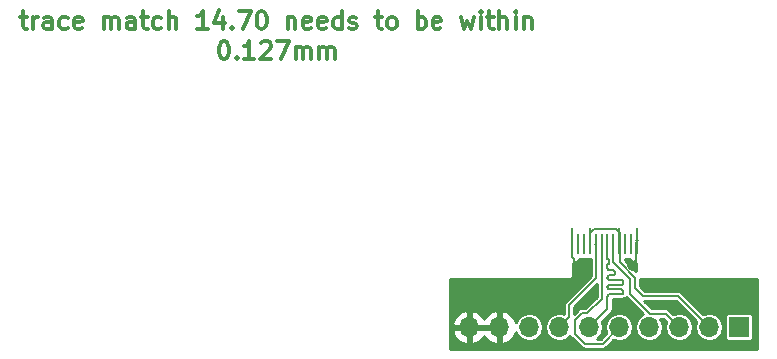
<source format=gbr>
G04 #@! TF.GenerationSoftware,KiCad,Pcbnew,(5.0.0)*
G04 #@! TF.CreationDate,2020-07-27T10:37:02+01:00*
G04 #@! TF.ProjectId,USB2,555342322E6B696361645F7063620000,rev?*
G04 #@! TF.SameCoordinates,Original*
G04 #@! TF.FileFunction,Copper,L1,Top,Signal*
G04 #@! TF.FilePolarity,Positive*
%FSLAX46Y46*%
G04 Gerber Fmt 4.6, Leading zero omitted, Abs format (unit mm)*
G04 Created by KiCad (PCBNEW (5.0.0)) date 07/27/20 10:37:02*
%MOMM*%
%LPD*%
G01*
G04 APERTURE LIST*
G04 #@! TA.AperFunction,NonConductor*
%ADD10C,0.300000*%
G04 #@! TD*
G04 #@! TA.AperFunction,SMDPad,CuDef*
%ADD11R,0.250000X2.300000*%
G04 #@! TD*
G04 #@! TA.AperFunction,SMDPad,CuDef*
%ADD12R,0.250000X1.800000*%
G04 #@! TD*
G04 #@! TA.AperFunction,ComponentPad*
%ADD13R,1.700000X1.700000*%
G04 #@! TD*
G04 #@! TA.AperFunction,ComponentPad*
%ADD14O,1.700000X1.700000*%
G04 #@! TD*
G04 #@! TA.AperFunction,ViaPad*
%ADD15C,0.800000*%
G04 #@! TD*
G04 #@! TA.AperFunction,Conductor*
%ADD16C,0.200000*%
G04 #@! TD*
G04 #@! TA.AperFunction,Conductor*
%ADD17C,0.254000*%
G04 #@! TD*
G04 APERTURE END LIST*
D10*
X136136400Y-78159571D02*
X136707828Y-78159571D01*
X136350685Y-77659571D02*
X136350685Y-78945285D01*
X136422114Y-79088142D01*
X136564971Y-79159571D01*
X136707828Y-79159571D01*
X137207828Y-79159571D02*
X137207828Y-78159571D01*
X137207828Y-78445285D02*
X137279257Y-78302428D01*
X137350685Y-78231000D01*
X137493542Y-78159571D01*
X137636400Y-78159571D01*
X138779257Y-79159571D02*
X138779257Y-78373857D01*
X138707828Y-78231000D01*
X138564971Y-78159571D01*
X138279257Y-78159571D01*
X138136400Y-78231000D01*
X138779257Y-79088142D02*
X138636400Y-79159571D01*
X138279257Y-79159571D01*
X138136400Y-79088142D01*
X138064971Y-78945285D01*
X138064971Y-78802428D01*
X138136400Y-78659571D01*
X138279257Y-78588142D01*
X138636400Y-78588142D01*
X138779257Y-78516714D01*
X140136400Y-79088142D02*
X139993542Y-79159571D01*
X139707828Y-79159571D01*
X139564971Y-79088142D01*
X139493542Y-79016714D01*
X139422114Y-78873857D01*
X139422114Y-78445285D01*
X139493542Y-78302428D01*
X139564971Y-78231000D01*
X139707828Y-78159571D01*
X139993542Y-78159571D01*
X140136400Y-78231000D01*
X141350685Y-79088142D02*
X141207828Y-79159571D01*
X140922114Y-79159571D01*
X140779257Y-79088142D01*
X140707828Y-78945285D01*
X140707828Y-78373857D01*
X140779257Y-78231000D01*
X140922114Y-78159571D01*
X141207828Y-78159571D01*
X141350685Y-78231000D01*
X141422114Y-78373857D01*
X141422114Y-78516714D01*
X140707828Y-78659571D01*
X143207828Y-79159571D02*
X143207828Y-78159571D01*
X143207828Y-78302428D02*
X143279257Y-78231000D01*
X143422114Y-78159571D01*
X143636400Y-78159571D01*
X143779257Y-78231000D01*
X143850685Y-78373857D01*
X143850685Y-79159571D01*
X143850685Y-78373857D02*
X143922114Y-78231000D01*
X144064971Y-78159571D01*
X144279257Y-78159571D01*
X144422114Y-78231000D01*
X144493542Y-78373857D01*
X144493542Y-79159571D01*
X145850685Y-79159571D02*
X145850685Y-78373857D01*
X145779257Y-78231000D01*
X145636400Y-78159571D01*
X145350685Y-78159571D01*
X145207828Y-78231000D01*
X145850685Y-79088142D02*
X145707828Y-79159571D01*
X145350685Y-79159571D01*
X145207828Y-79088142D01*
X145136400Y-78945285D01*
X145136400Y-78802428D01*
X145207828Y-78659571D01*
X145350685Y-78588142D01*
X145707828Y-78588142D01*
X145850685Y-78516714D01*
X146350685Y-78159571D02*
X146922114Y-78159571D01*
X146564971Y-77659571D02*
X146564971Y-78945285D01*
X146636400Y-79088142D01*
X146779257Y-79159571D01*
X146922114Y-79159571D01*
X148064971Y-79088142D02*
X147922114Y-79159571D01*
X147636400Y-79159571D01*
X147493542Y-79088142D01*
X147422114Y-79016714D01*
X147350685Y-78873857D01*
X147350685Y-78445285D01*
X147422114Y-78302428D01*
X147493542Y-78231000D01*
X147636400Y-78159571D01*
X147922114Y-78159571D01*
X148064971Y-78231000D01*
X148707828Y-79159571D02*
X148707828Y-77659571D01*
X149350685Y-79159571D02*
X149350685Y-78373857D01*
X149279257Y-78231000D01*
X149136400Y-78159571D01*
X148922114Y-78159571D01*
X148779257Y-78231000D01*
X148707828Y-78302428D01*
X151993542Y-79159571D02*
X151136400Y-79159571D01*
X151564971Y-79159571D02*
X151564971Y-77659571D01*
X151422114Y-77873857D01*
X151279257Y-78016714D01*
X151136400Y-78088142D01*
X153279257Y-78159571D02*
X153279257Y-79159571D01*
X152922114Y-77588142D02*
X152564971Y-78659571D01*
X153493542Y-78659571D01*
X154064971Y-79016714D02*
X154136400Y-79088142D01*
X154064971Y-79159571D01*
X153993542Y-79088142D01*
X154064971Y-79016714D01*
X154064971Y-79159571D01*
X154636400Y-77659571D02*
X155636400Y-77659571D01*
X154993542Y-79159571D01*
X156493542Y-77659571D02*
X156636400Y-77659571D01*
X156779257Y-77731000D01*
X156850685Y-77802428D01*
X156922114Y-77945285D01*
X156993542Y-78231000D01*
X156993542Y-78588142D01*
X156922114Y-78873857D01*
X156850685Y-79016714D01*
X156779257Y-79088142D01*
X156636400Y-79159571D01*
X156493542Y-79159571D01*
X156350685Y-79088142D01*
X156279257Y-79016714D01*
X156207828Y-78873857D01*
X156136400Y-78588142D01*
X156136400Y-78231000D01*
X156207828Y-77945285D01*
X156279257Y-77802428D01*
X156350685Y-77731000D01*
X156493542Y-77659571D01*
X158779257Y-78159571D02*
X158779257Y-79159571D01*
X158779257Y-78302428D02*
X158850685Y-78231000D01*
X158993542Y-78159571D01*
X159207828Y-78159571D01*
X159350685Y-78231000D01*
X159422114Y-78373857D01*
X159422114Y-79159571D01*
X160707828Y-79088142D02*
X160564971Y-79159571D01*
X160279257Y-79159571D01*
X160136400Y-79088142D01*
X160064971Y-78945285D01*
X160064971Y-78373857D01*
X160136400Y-78231000D01*
X160279257Y-78159571D01*
X160564971Y-78159571D01*
X160707828Y-78231000D01*
X160779257Y-78373857D01*
X160779257Y-78516714D01*
X160064971Y-78659571D01*
X161993542Y-79088142D02*
X161850685Y-79159571D01*
X161564971Y-79159571D01*
X161422114Y-79088142D01*
X161350685Y-78945285D01*
X161350685Y-78373857D01*
X161422114Y-78231000D01*
X161564971Y-78159571D01*
X161850685Y-78159571D01*
X161993542Y-78231000D01*
X162064971Y-78373857D01*
X162064971Y-78516714D01*
X161350685Y-78659571D01*
X163350685Y-79159571D02*
X163350685Y-77659571D01*
X163350685Y-79088142D02*
X163207828Y-79159571D01*
X162922114Y-79159571D01*
X162779257Y-79088142D01*
X162707828Y-79016714D01*
X162636400Y-78873857D01*
X162636400Y-78445285D01*
X162707828Y-78302428D01*
X162779257Y-78231000D01*
X162922114Y-78159571D01*
X163207828Y-78159571D01*
X163350685Y-78231000D01*
X163993542Y-79088142D02*
X164136400Y-79159571D01*
X164422114Y-79159571D01*
X164564971Y-79088142D01*
X164636400Y-78945285D01*
X164636400Y-78873857D01*
X164564971Y-78731000D01*
X164422114Y-78659571D01*
X164207828Y-78659571D01*
X164064971Y-78588142D01*
X163993542Y-78445285D01*
X163993542Y-78373857D01*
X164064971Y-78231000D01*
X164207828Y-78159571D01*
X164422114Y-78159571D01*
X164564971Y-78231000D01*
X166207828Y-78159571D02*
X166779257Y-78159571D01*
X166422114Y-77659571D02*
X166422114Y-78945285D01*
X166493542Y-79088142D01*
X166636400Y-79159571D01*
X166779257Y-79159571D01*
X167493542Y-79159571D02*
X167350685Y-79088142D01*
X167279257Y-79016714D01*
X167207828Y-78873857D01*
X167207828Y-78445285D01*
X167279257Y-78302428D01*
X167350685Y-78231000D01*
X167493542Y-78159571D01*
X167707828Y-78159571D01*
X167850685Y-78231000D01*
X167922114Y-78302428D01*
X167993542Y-78445285D01*
X167993542Y-78873857D01*
X167922114Y-79016714D01*
X167850685Y-79088142D01*
X167707828Y-79159571D01*
X167493542Y-79159571D01*
X169779257Y-79159571D02*
X169779257Y-77659571D01*
X169779257Y-78231000D02*
X169922114Y-78159571D01*
X170207828Y-78159571D01*
X170350685Y-78231000D01*
X170422114Y-78302428D01*
X170493542Y-78445285D01*
X170493542Y-78873857D01*
X170422114Y-79016714D01*
X170350685Y-79088142D01*
X170207828Y-79159571D01*
X169922114Y-79159571D01*
X169779257Y-79088142D01*
X171707828Y-79088142D02*
X171564971Y-79159571D01*
X171279257Y-79159571D01*
X171136400Y-79088142D01*
X171064971Y-78945285D01*
X171064971Y-78373857D01*
X171136400Y-78231000D01*
X171279257Y-78159571D01*
X171564971Y-78159571D01*
X171707828Y-78231000D01*
X171779257Y-78373857D01*
X171779257Y-78516714D01*
X171064971Y-78659571D01*
X173422114Y-78159571D02*
X173707828Y-79159571D01*
X173993542Y-78445285D01*
X174279257Y-79159571D01*
X174564971Y-78159571D01*
X175136400Y-79159571D02*
X175136400Y-78159571D01*
X175136400Y-77659571D02*
X175064971Y-77731000D01*
X175136400Y-77802428D01*
X175207828Y-77731000D01*
X175136400Y-77659571D01*
X175136400Y-77802428D01*
X175636400Y-78159571D02*
X176207828Y-78159571D01*
X175850685Y-77659571D02*
X175850685Y-78945285D01*
X175922114Y-79088142D01*
X176064971Y-79159571D01*
X176207828Y-79159571D01*
X176707828Y-79159571D02*
X176707828Y-77659571D01*
X177350685Y-79159571D02*
X177350685Y-78373857D01*
X177279257Y-78231000D01*
X177136400Y-78159571D01*
X176922114Y-78159571D01*
X176779257Y-78231000D01*
X176707828Y-78302428D01*
X178064971Y-79159571D02*
X178064971Y-78159571D01*
X178064971Y-77659571D02*
X177993542Y-77731000D01*
X178064971Y-77802428D01*
X178136400Y-77731000D01*
X178064971Y-77659571D01*
X178064971Y-77802428D01*
X178779257Y-78159571D02*
X178779257Y-79159571D01*
X178779257Y-78302428D02*
X178850685Y-78231000D01*
X178993542Y-78159571D01*
X179207828Y-78159571D01*
X179350685Y-78231000D01*
X179422114Y-78373857D01*
X179422114Y-79159571D01*
X153314971Y-80209571D02*
X153457828Y-80209571D01*
X153600685Y-80281000D01*
X153672114Y-80352428D01*
X153743542Y-80495285D01*
X153814971Y-80781000D01*
X153814971Y-81138142D01*
X153743542Y-81423857D01*
X153672114Y-81566714D01*
X153600685Y-81638142D01*
X153457828Y-81709571D01*
X153314971Y-81709571D01*
X153172114Y-81638142D01*
X153100685Y-81566714D01*
X153029257Y-81423857D01*
X152957828Y-81138142D01*
X152957828Y-80781000D01*
X153029257Y-80495285D01*
X153100685Y-80352428D01*
X153172114Y-80281000D01*
X153314971Y-80209571D01*
X154457828Y-81566714D02*
X154529257Y-81638142D01*
X154457828Y-81709571D01*
X154386400Y-81638142D01*
X154457828Y-81566714D01*
X154457828Y-81709571D01*
X155957828Y-81709571D02*
X155100685Y-81709571D01*
X155529257Y-81709571D02*
X155529257Y-80209571D01*
X155386400Y-80423857D01*
X155243542Y-80566714D01*
X155100685Y-80638142D01*
X156529257Y-80352428D02*
X156600685Y-80281000D01*
X156743542Y-80209571D01*
X157100685Y-80209571D01*
X157243542Y-80281000D01*
X157314971Y-80352428D01*
X157386400Y-80495285D01*
X157386400Y-80638142D01*
X157314971Y-80852428D01*
X156457828Y-81709571D01*
X157386400Y-81709571D01*
X157886400Y-80209571D02*
X158886400Y-80209571D01*
X158243542Y-81709571D01*
X159457828Y-81709571D02*
X159457828Y-80709571D01*
X159457828Y-80852428D02*
X159529257Y-80781000D01*
X159672114Y-80709571D01*
X159886400Y-80709571D01*
X160029257Y-80781000D01*
X160100685Y-80923857D01*
X160100685Y-81709571D01*
X160100685Y-80923857D02*
X160172114Y-80781000D01*
X160314971Y-80709571D01*
X160529257Y-80709571D01*
X160672114Y-80781000D01*
X160743542Y-80923857D01*
X160743542Y-81709571D01*
X161457828Y-81709571D02*
X161457828Y-80709571D01*
X161457828Y-80852428D02*
X161529257Y-80781000D01*
X161672114Y-80709571D01*
X161886400Y-80709571D01*
X162029257Y-80781000D01*
X162100685Y-80923857D01*
X162100685Y-81709571D01*
X162100685Y-80923857D02*
X162172114Y-80781000D01*
X162314971Y-80709571D01*
X162529257Y-80709571D01*
X162672114Y-80781000D01*
X162743542Y-80923857D01*
X162743542Y-81709571D01*
D11*
G04 #@! TO.P,J4,A1*
G04 #@! TO.N,GND*
X188350000Y-97150000D03*
D12*
G04 #@! TO.P,J4,A6*
G04 #@! TO.N,/USBD+*
X185850000Y-97400000D03*
G04 #@! TO.P,J4,A5*
G04 #@! TO.N,/CC1*
X186350000Y-97400000D03*
D11*
G04 #@! TO.P,J4,A4*
G04 #@! TO.N,VBUS*
X186850000Y-97150000D03*
D12*
G04 #@! TO.P,J4,A3*
G04 #@! TO.N,N/C*
X187350000Y-97400000D03*
G04 #@! TO.P,J4,A2*
X187850000Y-97400000D03*
D11*
G04 #@! TO.P,J4,A9*
G04 #@! TO.N,VBUS*
X184350000Y-97150000D03*
D12*
G04 #@! TO.P,J4,A10*
G04 #@! TO.N,N/C*
X183850000Y-97400000D03*
G04 #@! TO.P,J4,A8*
G04 #@! TO.N,/SBUS1*
X184850000Y-97400000D03*
D11*
G04 #@! TO.P,J4,A12*
G04 #@! TO.N,GND*
X182850000Y-97150000D03*
D12*
G04 #@! TO.P,J4,A11*
G04 #@! TO.N,N/C*
X183350000Y-97400000D03*
G04 #@! TO.P,J4,A7*
G04 #@! TO.N,/USBD-*
X185350000Y-97400000D03*
G04 #@! TD*
D13*
G04 #@! TO.P,J5,1*
G04 #@! TO.N,VBUS*
X197000000Y-104400000D03*
D14*
G04 #@! TO.P,J5,2*
X194460000Y-104400000D03*
G04 #@! TO.P,J5,3*
G04 #@! TO.N,/CC1*
X191920000Y-104400000D03*
G04 #@! TO.P,J5,4*
G04 #@! TO.N,/SBUS2*
X189380000Y-104400000D03*
G04 #@! TO.P,J5,5*
G04 #@! TO.N,/USBD-*
X186840000Y-104400000D03*
G04 #@! TO.P,J5,6*
G04 #@! TO.N,/USBD+*
X184300000Y-104400000D03*
G04 #@! TO.P,J5,7*
G04 #@! TO.N,/SBUS1*
X181760000Y-104400000D03*
G04 #@! TO.P,J5,8*
G04 #@! TO.N,/CC2*
X179220000Y-104400000D03*
G04 #@! TO.P,J5,9*
G04 #@! TO.N,GND*
X176680000Y-104400000D03*
G04 #@! TO.P,J5,10*
X174140000Y-104400000D03*
G04 #@! TD*
D15*
G04 #@! TO.N,GND*
X187900000Y-99200000D03*
X184300000Y-101900000D03*
X186900000Y-102700000D03*
X190300000Y-102500000D03*
X191500000Y-100800000D03*
X179300000Y-101000000D03*
G04 #@! TD*
D16*
G04 #@! TO.N,GND*
X188100000Y-99100000D02*
X188100000Y-98850000D01*
X188275001Y-97224999D02*
X188324990Y-97175010D01*
X188275001Y-98540001D02*
X188275001Y-97224999D01*
X188274990Y-98540012D02*
X188275001Y-98540001D01*
X188274990Y-98675010D02*
X188274990Y-98540012D01*
X188100000Y-98850000D02*
X188274990Y-98675010D01*
X183200000Y-99250000D02*
X183000000Y-99050000D01*
X183300000Y-99250000D02*
X183200000Y-99250000D01*
X182885010Y-98134623D02*
X182885010Y-97150000D01*
X182850000Y-98169633D02*
X182885010Y-98134623D01*
X182850000Y-98430367D02*
X182850000Y-98169633D01*
X182885010Y-98500012D02*
X182885010Y-98465377D01*
X182885010Y-98465377D02*
X182850000Y-98430367D01*
X182984999Y-98600001D02*
X182885010Y-98500012D01*
X183000000Y-98600001D02*
X182984999Y-98600001D01*
X183000000Y-99050000D02*
X183000000Y-98600001D01*
G04 #@! TO.N,/USBD+*
X185200607Y-103499393D02*
X184300000Y-104400000D01*
X185850000Y-102850000D02*
X185200607Y-103499393D01*
X185850000Y-101800000D02*
X185850000Y-102850000D01*
X185855015Y-101755495D02*
X185850000Y-101800000D01*
X185869807Y-101713223D02*
X185855015Y-101755495D01*
X185893634Y-101675302D02*
X185869807Y-101713223D01*
X185925303Y-101643633D02*
X185893634Y-101675302D01*
X185963224Y-101619806D02*
X185925303Y-101643633D01*
X186005496Y-101605014D02*
X185963224Y-101619806D01*
X186050000Y-101600000D02*
X186005496Y-101605014D01*
X187000000Y-101600000D02*
X186050000Y-101600000D01*
X187044505Y-101594985D02*
X187000000Y-101600000D01*
X187086777Y-101580193D02*
X187044505Y-101594985D01*
X187124698Y-101556366D02*
X187086777Y-101580193D01*
X187156367Y-101524697D02*
X187124698Y-101556366D01*
X187180194Y-101486776D02*
X187156367Y-101524697D01*
X187194986Y-101444504D02*
X187180194Y-101486776D01*
X187200000Y-101400000D02*
X187194986Y-101444504D01*
X187194986Y-101355495D02*
X187200000Y-101400000D01*
X187180194Y-101313223D02*
X187194986Y-101355495D01*
X187156367Y-101275302D02*
X187180194Y-101313223D01*
X187124698Y-101243633D02*
X187156367Y-101275302D01*
X187086777Y-101219806D02*
X187124698Y-101243633D01*
X187044505Y-101205014D02*
X187086777Y-101219806D01*
X187000000Y-101200000D02*
X187044505Y-101205014D01*
X186050000Y-101200000D02*
X187000000Y-101200000D01*
X186005496Y-101194985D02*
X186050000Y-101200000D01*
X185963224Y-101180193D02*
X186005496Y-101194985D01*
X185925303Y-101156366D02*
X185963224Y-101180193D01*
X185893634Y-101124697D02*
X185925303Y-101156366D01*
X185869807Y-101086776D02*
X185893634Y-101124697D01*
X185855015Y-101044504D02*
X185869807Y-101086776D01*
X185850000Y-101000000D02*
X185855015Y-101044504D01*
X185855015Y-100955495D02*
X185850000Y-101000000D01*
X185869807Y-100913223D02*
X185855015Y-100955495D01*
X185893634Y-100875302D02*
X185869807Y-100913223D01*
X185925303Y-100843633D02*
X185893634Y-100875302D01*
X185963224Y-100819806D02*
X185925303Y-100843633D01*
X186005496Y-100805014D02*
X185963224Y-100819806D01*
X186050000Y-100800000D02*
X186005496Y-100805014D01*
X187000000Y-100800000D02*
X186050000Y-100800000D01*
X187044505Y-100794985D02*
X187000000Y-100800000D01*
X187086777Y-100780193D02*
X187044505Y-100794985D01*
X187124698Y-100756366D02*
X187086777Y-100780193D01*
X185963224Y-99580193D02*
X186005496Y-99594985D01*
X185925303Y-99556366D02*
X185963224Y-99580193D01*
X185893634Y-99524697D02*
X185925303Y-99556366D01*
X185925303Y-100356366D02*
X185963224Y-100380193D01*
X185855015Y-99444504D02*
X185869807Y-99486776D01*
X185850000Y-99400000D02*
X185855015Y-99444504D01*
X185851254Y-99088873D02*
X185850000Y-99100000D01*
X185854952Y-99078305D02*
X185851254Y-99088873D01*
X187200000Y-100600000D02*
X187194986Y-100644504D01*
X185860909Y-99068825D02*
X185854952Y-99078305D01*
X185868826Y-99060908D02*
X185860909Y-99068825D01*
X185888874Y-99051253D02*
X185878306Y-99054951D01*
X187194986Y-100644504D02*
X187180194Y-100686776D01*
X186005496Y-99594985D02*
X186050000Y-99600000D01*
X185931175Y-99039091D02*
X185921695Y-99045048D01*
X185939092Y-99031174D02*
X185931175Y-99039091D01*
X185945049Y-99021694D02*
X185939092Y-99031174D01*
X185850000Y-99100000D02*
X185850000Y-99400000D01*
X185948747Y-99011126D02*
X185945049Y-99021694D01*
X185868826Y-98639091D02*
X185878306Y-98645048D01*
X185921695Y-99045048D02*
X185911127Y-99048746D01*
X185854952Y-98621694D02*
X185860909Y-98631174D01*
X185948747Y-98688873D02*
X185950000Y-98700000D01*
X185950000Y-98700000D02*
X185950000Y-99000000D01*
X185878306Y-99054951D02*
X185868826Y-99060908D01*
X185931175Y-98660908D02*
X185939092Y-98668825D01*
X185860909Y-98631174D02*
X185868826Y-98639091D01*
X185850000Y-98600000D02*
X185851254Y-98611126D01*
X185963224Y-100380193D02*
X186005496Y-100394985D01*
X185939092Y-98668825D02*
X185945049Y-98678305D01*
X185911127Y-98651253D02*
X185921695Y-98654951D01*
X185850000Y-97400000D02*
X185850000Y-98600000D01*
X185878306Y-98645048D02*
X185888874Y-98648746D01*
X185888874Y-98648746D02*
X185911127Y-98651253D01*
X185851254Y-98611126D02*
X185854952Y-98621694D01*
X185921695Y-98654951D02*
X185931175Y-98660908D01*
X185911127Y-99048746D02*
X185888874Y-99051253D01*
X185945049Y-98678305D02*
X185948747Y-98688873D01*
X185869807Y-99486776D02*
X185893634Y-99524697D01*
X185950000Y-99000000D02*
X185948747Y-99011126D01*
X186050000Y-99600000D02*
X186300000Y-99600000D01*
X186300000Y-99600000D02*
X186344505Y-99605014D01*
X187180194Y-100686776D02*
X187156367Y-100724697D01*
X186344505Y-99605014D02*
X186386777Y-99619806D01*
X186386777Y-99619806D02*
X186424698Y-99643633D01*
X186424698Y-99643633D02*
X186456367Y-99675302D01*
X186456367Y-99675302D02*
X186480194Y-99713223D01*
X187156367Y-100475302D02*
X187180194Y-100513223D01*
X186480194Y-99713223D02*
X186494986Y-99755495D01*
X186494986Y-99755495D02*
X186500000Y-99800000D01*
X186500000Y-99800000D02*
X186494986Y-99844504D01*
X186494986Y-99844504D02*
X186480194Y-99886776D01*
X186480194Y-99886776D02*
X186456367Y-99924697D01*
X186456367Y-99924697D02*
X186424698Y-99956366D01*
X186424698Y-99956366D02*
X186386777Y-99980193D01*
X186386777Y-99980193D02*
X186344505Y-99994985D01*
X186344505Y-99994985D02*
X186300000Y-100000000D01*
X187086777Y-100419806D02*
X187124698Y-100443633D01*
X186300000Y-100000000D02*
X186050000Y-100000000D01*
X187124698Y-100443633D02*
X187156367Y-100475302D01*
X186050000Y-100000000D02*
X186005496Y-100005014D01*
X187194986Y-100555495D02*
X187200000Y-100600000D01*
X186005496Y-100005014D02*
X185963224Y-100019806D01*
X187000000Y-100400000D02*
X187044505Y-100405014D01*
X185963224Y-100019806D02*
X185925303Y-100043633D01*
X185925303Y-100043633D02*
X185893634Y-100075302D01*
X187044505Y-100405014D02*
X187086777Y-100419806D01*
X185893634Y-100075302D02*
X185869807Y-100113223D01*
X185869807Y-100113223D02*
X185855015Y-100155495D01*
X187156367Y-100724697D02*
X187124698Y-100756366D01*
X185855015Y-100155495D02*
X185850000Y-100200000D01*
X185850000Y-100200000D02*
X185855015Y-100244504D01*
X185855015Y-100244504D02*
X185869807Y-100286776D01*
X185869807Y-100286776D02*
X185893634Y-100324697D01*
X185893634Y-100324697D02*
X185925303Y-100356366D01*
X186005496Y-100394985D02*
X186050000Y-100400000D01*
X186050000Y-100400000D02*
X187000000Y-100400000D01*
X187180194Y-100513223D02*
X187194986Y-100555495D01*
G04 #@! TO.N,/CC1*
X187800312Y-101600312D02*
X189449999Y-103249999D01*
X186350000Y-98915700D02*
X187800312Y-100366012D01*
X190769999Y-103249999D02*
X191070001Y-103550001D01*
X191070001Y-103550001D02*
X191920000Y-104400000D01*
X187800312Y-100366012D02*
X187800312Y-101600312D01*
X189449999Y-103249999D02*
X190769999Y-103249999D01*
X186350000Y-97400000D02*
X186350000Y-98915700D01*
G04 #@! TO.N,VBUS*
X188850000Y-101750000D02*
X191810000Y-101750000D01*
X188200322Y-101100322D02*
X188850000Y-101750000D01*
X188200322Y-100200323D02*
X188200322Y-101100322D01*
X193610001Y-103550001D02*
X194460000Y-104400000D01*
X184365001Y-97225001D02*
X184365001Y-96409999D01*
X184675000Y-96100000D02*
X186555002Y-96100000D01*
X191810000Y-101750000D02*
X193610001Y-103550001D01*
X186555002Y-96100000D02*
X186924999Y-96469997D01*
X186924999Y-96469997D02*
X186924999Y-98924998D01*
X184365001Y-96409999D02*
X184675000Y-96100000D01*
X186924999Y-98924998D02*
X188200322Y-100200323D01*
G04 #@! TO.N,/SBUS1*
X184775001Y-97325001D02*
X184850000Y-97400000D01*
X184850000Y-100250000D02*
X184850000Y-97400000D01*
X182609999Y-102490001D02*
X184850000Y-100250000D01*
X181760000Y-104400000D02*
X182609999Y-103550001D01*
X182609999Y-103550001D02*
X182609999Y-102490001D01*
G04 #@! TO.N,/USBD-*
X185350000Y-97400000D02*
X185350000Y-102000000D01*
X184150001Y-103199999D02*
X183699999Y-103199999D01*
X185350000Y-102000000D02*
X184150001Y-103199999D01*
X183699999Y-103199999D02*
X183100000Y-103799998D01*
X183099999Y-104976001D02*
X183923998Y-105800000D01*
X183100000Y-103799998D02*
X183099999Y-104976001D01*
X185440000Y-105800000D02*
X186840000Y-104400000D01*
X183923998Y-105800000D02*
X185440000Y-105800000D01*
G04 #@! TD*
D17*
G04 #@! TO.N,GND*
G36*
X184225000Y-98633406D02*
X184423001Y-98633406D01*
X184423000Y-100073131D01*
X182337804Y-102158328D01*
X182302150Y-102182151D01*
X182241983Y-102272198D01*
X182207775Y-102323394D01*
X182174634Y-102490001D01*
X182183000Y-102532058D01*
X182182999Y-103284082D01*
X181875920Y-103223000D01*
X181644080Y-103223000D01*
X181300758Y-103291291D01*
X180911431Y-103551431D01*
X180651291Y-103940758D01*
X180559942Y-104400000D01*
X180651291Y-104859242D01*
X180911431Y-105248569D01*
X181300758Y-105508709D01*
X181644080Y-105577000D01*
X181875920Y-105577000D01*
X182219242Y-105508709D01*
X182608569Y-105248569D01*
X182693552Y-105121383D01*
X182697774Y-105142607D01*
X182792149Y-105283850D01*
X182827803Y-105307673D01*
X183592325Y-106072195D01*
X183616148Y-106107850D01*
X183757390Y-106202224D01*
X183757391Y-106202225D01*
X183923998Y-106235365D01*
X183966052Y-106227000D01*
X185397947Y-106227000D01*
X185440000Y-106235365D01*
X185482053Y-106227000D01*
X185482054Y-106227000D01*
X185606607Y-106202225D01*
X185747850Y-106107850D01*
X185771675Y-106072193D01*
X186353424Y-105490445D01*
X186380758Y-105508709D01*
X186724080Y-105577000D01*
X186955920Y-105577000D01*
X187299242Y-105508709D01*
X187688569Y-105248569D01*
X187948709Y-104859242D01*
X188040058Y-104400000D01*
X187948709Y-103940758D01*
X187688569Y-103551431D01*
X187299242Y-103291291D01*
X186955920Y-103223000D01*
X186724080Y-103223000D01*
X186380758Y-103291291D01*
X185991431Y-103551431D01*
X185731291Y-103940758D01*
X185639942Y-104400000D01*
X185731291Y-104859242D01*
X185749555Y-104886576D01*
X185263132Y-105373000D01*
X184962345Y-105373000D01*
X185148569Y-105248569D01*
X185408709Y-104859242D01*
X185500058Y-104400000D01*
X185408709Y-103940758D01*
X185390445Y-103913424D01*
X185532278Y-103771591D01*
X185532280Y-103771588D01*
X186122195Y-103181673D01*
X186157850Y-103157850D01*
X186252225Y-103016607D01*
X186277000Y-102892054D01*
X186285365Y-102850001D01*
X186277000Y-102807948D01*
X186277000Y-102027000D01*
X186982036Y-102027000D01*
X187006023Y-102029023D01*
X187014086Y-102028114D01*
X187020098Y-102029665D01*
X187038973Y-102027000D01*
X187042054Y-102027000D01*
X187049590Y-102025501D01*
X187098253Y-102018630D01*
X187134108Y-102014590D01*
X187139865Y-102012755D01*
X187145843Y-102011911D01*
X187153496Y-102009233D01*
X187159700Y-102009407D01*
X187206930Y-101991379D01*
X187255103Y-101976024D01*
X187259845Y-101972020D01*
X187267503Y-101969340D01*
X187272704Y-101966272D01*
X187278344Y-101964119D01*
X187285216Y-101959801D01*
X187291305Y-101958590D01*
X187333342Y-101930501D01*
X187376883Y-101904817D01*
X187380613Y-101899860D01*
X187387481Y-101895545D01*
X187391873Y-101891392D01*
X187396895Y-101888037D01*
X187402633Y-101882299D01*
X187408302Y-101879762D01*
X187443031Y-101843027D01*
X187446653Y-101839603D01*
X187492463Y-101908162D01*
X187528117Y-101931985D01*
X188900775Y-103304643D01*
X188531431Y-103551431D01*
X188271291Y-103940758D01*
X188179942Y-104400000D01*
X188271291Y-104859242D01*
X188531431Y-105248569D01*
X188920758Y-105508709D01*
X189264080Y-105577000D01*
X189495920Y-105577000D01*
X189839242Y-105508709D01*
X190228569Y-105248569D01*
X190488709Y-104859242D01*
X190580058Y-104400000D01*
X190488709Y-103940758D01*
X190312471Y-103676999D01*
X190593131Y-103676999D01*
X190797803Y-103881672D01*
X190797806Y-103881674D01*
X190829555Y-103913424D01*
X190811291Y-103940758D01*
X190719942Y-104400000D01*
X190811291Y-104859242D01*
X191071431Y-105248569D01*
X191460758Y-105508709D01*
X191804080Y-105577000D01*
X192035920Y-105577000D01*
X192379242Y-105508709D01*
X192768569Y-105248569D01*
X193028709Y-104859242D01*
X193120058Y-104400000D01*
X193028709Y-103940758D01*
X192768569Y-103551431D01*
X192379242Y-103291291D01*
X192035920Y-103223000D01*
X191804080Y-103223000D01*
X191460758Y-103291291D01*
X191433424Y-103309555D01*
X191401674Y-103277806D01*
X191401672Y-103277803D01*
X191101674Y-102977806D01*
X191077849Y-102942149D01*
X190936606Y-102847774D01*
X190812053Y-102822999D01*
X190812052Y-102822999D01*
X190769999Y-102814634D01*
X190727946Y-102822999D01*
X189626868Y-102822999D01*
X188980869Y-102177000D01*
X191633132Y-102177000D01*
X193337803Y-103881672D01*
X193337806Y-103881674D01*
X193369555Y-103913424D01*
X193351291Y-103940758D01*
X193259942Y-104400000D01*
X193351291Y-104859242D01*
X193611431Y-105248569D01*
X194000758Y-105508709D01*
X194344080Y-105577000D01*
X194575920Y-105577000D01*
X194919242Y-105508709D01*
X195308569Y-105248569D01*
X195568709Y-104859242D01*
X195660058Y-104400000D01*
X195568709Y-103940758D01*
X195308569Y-103551431D01*
X195306428Y-103550000D01*
X195816594Y-103550000D01*
X195816594Y-105250000D01*
X195841973Y-105377589D01*
X195914246Y-105485754D01*
X196022411Y-105558027D01*
X196150000Y-105583406D01*
X197850000Y-105583406D01*
X197977589Y-105558027D01*
X198085754Y-105485754D01*
X198158027Y-105377589D01*
X198183406Y-105250000D01*
X198183406Y-103550000D01*
X198158027Y-103422411D01*
X198085754Y-103314246D01*
X197977589Y-103241973D01*
X197850000Y-103216594D01*
X196150000Y-103216594D01*
X196022411Y-103241973D01*
X195914246Y-103314246D01*
X195841973Y-103422411D01*
X195816594Y-103550000D01*
X195306428Y-103550000D01*
X194919242Y-103291291D01*
X194575920Y-103223000D01*
X194344080Y-103223000D01*
X194000758Y-103291291D01*
X193973424Y-103309555D01*
X193941674Y-103277806D01*
X193941672Y-103277803D01*
X192141675Y-101477807D01*
X192117850Y-101442150D01*
X191976607Y-101347775D01*
X191852054Y-101323000D01*
X191852053Y-101323000D01*
X191810000Y-101314635D01*
X191767947Y-101323000D01*
X189026869Y-101323000D01*
X188627322Y-100923454D01*
X188627322Y-100353461D01*
X188634669Y-100352000D01*
X198548001Y-100352000D01*
X198548000Y-102534668D01*
X198548001Y-102534673D01*
X198548000Y-106248000D01*
X172552000Y-106248000D01*
X172552000Y-104756892D01*
X172698514Y-104756892D01*
X172944817Y-105281358D01*
X173373076Y-105671645D01*
X173783110Y-105841476D01*
X174013000Y-105720155D01*
X174013000Y-104527000D01*
X174267000Y-104527000D01*
X174267000Y-105720155D01*
X174496890Y-105841476D01*
X174906924Y-105671645D01*
X175335183Y-105281358D01*
X175410000Y-105122046D01*
X175484817Y-105281358D01*
X175913076Y-105671645D01*
X176323110Y-105841476D01*
X176553000Y-105720155D01*
X176553000Y-104527000D01*
X174267000Y-104527000D01*
X174013000Y-104527000D01*
X172819181Y-104527000D01*
X172698514Y-104756892D01*
X172552000Y-104756892D01*
X172552000Y-104043108D01*
X172698514Y-104043108D01*
X172819181Y-104273000D01*
X174013000Y-104273000D01*
X174013000Y-103079845D01*
X174267000Y-103079845D01*
X174267000Y-104273000D01*
X176553000Y-104273000D01*
X176553000Y-103079845D01*
X176807000Y-103079845D01*
X176807000Y-104273000D01*
X176827000Y-104273000D01*
X176827000Y-104527000D01*
X176807000Y-104527000D01*
X176807000Y-105720155D01*
X177036890Y-105841476D01*
X177446924Y-105671645D01*
X177875183Y-105281358D01*
X178100023Y-104802594D01*
X178111291Y-104859242D01*
X178371431Y-105248569D01*
X178760758Y-105508709D01*
X179104080Y-105577000D01*
X179335920Y-105577000D01*
X179679242Y-105508709D01*
X180068569Y-105248569D01*
X180328709Y-104859242D01*
X180420058Y-104400000D01*
X180328709Y-103940758D01*
X180068569Y-103551431D01*
X179679242Y-103291291D01*
X179335920Y-103223000D01*
X179104080Y-103223000D01*
X178760758Y-103291291D01*
X178371431Y-103551431D01*
X178111291Y-103940758D01*
X178100023Y-103997406D01*
X177875183Y-103518642D01*
X177446924Y-103128355D01*
X177036890Y-102958524D01*
X176807000Y-103079845D01*
X176553000Y-103079845D01*
X176323110Y-102958524D01*
X175913076Y-103128355D01*
X175484817Y-103518642D01*
X175410000Y-103677954D01*
X175335183Y-103518642D01*
X174906924Y-103128355D01*
X174496890Y-102958524D01*
X174267000Y-103079845D01*
X174013000Y-103079845D01*
X173783110Y-102958524D01*
X173373076Y-103128355D01*
X172944817Y-103518642D01*
X172698514Y-104043108D01*
X172552000Y-104043108D01*
X172552000Y-100352000D01*
X182525331Y-100352000D01*
X182560000Y-100358896D01*
X182594669Y-100352000D01*
X182653063Y-100340385D01*
X182697344Y-100331577D01*
X182813778Y-100253778D01*
X182891577Y-100137344D01*
X182912000Y-100034669D01*
X182918896Y-100000000D01*
X182912000Y-99965331D01*
X182912000Y-98935000D01*
X182977002Y-98935000D01*
X182977002Y-98840752D01*
X183071250Y-98935000D01*
X183101309Y-98935000D01*
X183334698Y-98838327D01*
X183513327Y-98659699D01*
X183528637Y-98622737D01*
X183600000Y-98608542D01*
X183725000Y-98633406D01*
X183975000Y-98633406D01*
X184100000Y-98608542D01*
X184225000Y-98633406D01*
X184225000Y-98633406D01*
G37*
X184225000Y-98633406D02*
X184423001Y-98633406D01*
X184423000Y-100073131D01*
X182337804Y-102158328D01*
X182302150Y-102182151D01*
X182241983Y-102272198D01*
X182207775Y-102323394D01*
X182174634Y-102490001D01*
X182183000Y-102532058D01*
X182182999Y-103284082D01*
X181875920Y-103223000D01*
X181644080Y-103223000D01*
X181300758Y-103291291D01*
X180911431Y-103551431D01*
X180651291Y-103940758D01*
X180559942Y-104400000D01*
X180651291Y-104859242D01*
X180911431Y-105248569D01*
X181300758Y-105508709D01*
X181644080Y-105577000D01*
X181875920Y-105577000D01*
X182219242Y-105508709D01*
X182608569Y-105248569D01*
X182693552Y-105121383D01*
X182697774Y-105142607D01*
X182792149Y-105283850D01*
X182827803Y-105307673D01*
X183592325Y-106072195D01*
X183616148Y-106107850D01*
X183757390Y-106202224D01*
X183757391Y-106202225D01*
X183923998Y-106235365D01*
X183966052Y-106227000D01*
X185397947Y-106227000D01*
X185440000Y-106235365D01*
X185482053Y-106227000D01*
X185482054Y-106227000D01*
X185606607Y-106202225D01*
X185747850Y-106107850D01*
X185771675Y-106072193D01*
X186353424Y-105490445D01*
X186380758Y-105508709D01*
X186724080Y-105577000D01*
X186955920Y-105577000D01*
X187299242Y-105508709D01*
X187688569Y-105248569D01*
X187948709Y-104859242D01*
X188040058Y-104400000D01*
X187948709Y-103940758D01*
X187688569Y-103551431D01*
X187299242Y-103291291D01*
X186955920Y-103223000D01*
X186724080Y-103223000D01*
X186380758Y-103291291D01*
X185991431Y-103551431D01*
X185731291Y-103940758D01*
X185639942Y-104400000D01*
X185731291Y-104859242D01*
X185749555Y-104886576D01*
X185263132Y-105373000D01*
X184962345Y-105373000D01*
X185148569Y-105248569D01*
X185408709Y-104859242D01*
X185500058Y-104400000D01*
X185408709Y-103940758D01*
X185390445Y-103913424D01*
X185532278Y-103771591D01*
X185532280Y-103771588D01*
X186122195Y-103181673D01*
X186157850Y-103157850D01*
X186252225Y-103016607D01*
X186277000Y-102892054D01*
X186285365Y-102850001D01*
X186277000Y-102807948D01*
X186277000Y-102027000D01*
X186982036Y-102027000D01*
X187006023Y-102029023D01*
X187014086Y-102028114D01*
X187020098Y-102029665D01*
X187038973Y-102027000D01*
X187042054Y-102027000D01*
X187049590Y-102025501D01*
X187098253Y-102018630D01*
X187134108Y-102014590D01*
X187139865Y-102012755D01*
X187145843Y-102011911D01*
X187153496Y-102009233D01*
X187159700Y-102009407D01*
X187206930Y-101991379D01*
X187255103Y-101976024D01*
X187259845Y-101972020D01*
X187267503Y-101969340D01*
X187272704Y-101966272D01*
X187278344Y-101964119D01*
X187285216Y-101959801D01*
X187291305Y-101958590D01*
X187333342Y-101930501D01*
X187376883Y-101904817D01*
X187380613Y-101899860D01*
X187387481Y-101895545D01*
X187391873Y-101891392D01*
X187396895Y-101888037D01*
X187402633Y-101882299D01*
X187408302Y-101879762D01*
X187443031Y-101843027D01*
X187446653Y-101839603D01*
X187492463Y-101908162D01*
X187528117Y-101931985D01*
X188900775Y-103304643D01*
X188531431Y-103551431D01*
X188271291Y-103940758D01*
X188179942Y-104400000D01*
X188271291Y-104859242D01*
X188531431Y-105248569D01*
X188920758Y-105508709D01*
X189264080Y-105577000D01*
X189495920Y-105577000D01*
X189839242Y-105508709D01*
X190228569Y-105248569D01*
X190488709Y-104859242D01*
X190580058Y-104400000D01*
X190488709Y-103940758D01*
X190312471Y-103676999D01*
X190593131Y-103676999D01*
X190797803Y-103881672D01*
X190797806Y-103881674D01*
X190829555Y-103913424D01*
X190811291Y-103940758D01*
X190719942Y-104400000D01*
X190811291Y-104859242D01*
X191071431Y-105248569D01*
X191460758Y-105508709D01*
X191804080Y-105577000D01*
X192035920Y-105577000D01*
X192379242Y-105508709D01*
X192768569Y-105248569D01*
X193028709Y-104859242D01*
X193120058Y-104400000D01*
X193028709Y-103940758D01*
X192768569Y-103551431D01*
X192379242Y-103291291D01*
X192035920Y-103223000D01*
X191804080Y-103223000D01*
X191460758Y-103291291D01*
X191433424Y-103309555D01*
X191401674Y-103277806D01*
X191401672Y-103277803D01*
X191101674Y-102977806D01*
X191077849Y-102942149D01*
X190936606Y-102847774D01*
X190812053Y-102822999D01*
X190812052Y-102822999D01*
X190769999Y-102814634D01*
X190727946Y-102822999D01*
X189626868Y-102822999D01*
X188980869Y-102177000D01*
X191633132Y-102177000D01*
X193337803Y-103881672D01*
X193337806Y-103881674D01*
X193369555Y-103913424D01*
X193351291Y-103940758D01*
X193259942Y-104400000D01*
X193351291Y-104859242D01*
X193611431Y-105248569D01*
X194000758Y-105508709D01*
X194344080Y-105577000D01*
X194575920Y-105577000D01*
X194919242Y-105508709D01*
X195308569Y-105248569D01*
X195568709Y-104859242D01*
X195660058Y-104400000D01*
X195568709Y-103940758D01*
X195308569Y-103551431D01*
X195306428Y-103550000D01*
X195816594Y-103550000D01*
X195816594Y-105250000D01*
X195841973Y-105377589D01*
X195914246Y-105485754D01*
X196022411Y-105558027D01*
X196150000Y-105583406D01*
X197850000Y-105583406D01*
X197977589Y-105558027D01*
X198085754Y-105485754D01*
X198158027Y-105377589D01*
X198183406Y-105250000D01*
X198183406Y-103550000D01*
X198158027Y-103422411D01*
X198085754Y-103314246D01*
X197977589Y-103241973D01*
X197850000Y-103216594D01*
X196150000Y-103216594D01*
X196022411Y-103241973D01*
X195914246Y-103314246D01*
X195841973Y-103422411D01*
X195816594Y-103550000D01*
X195306428Y-103550000D01*
X194919242Y-103291291D01*
X194575920Y-103223000D01*
X194344080Y-103223000D01*
X194000758Y-103291291D01*
X193973424Y-103309555D01*
X193941674Y-103277806D01*
X193941672Y-103277803D01*
X192141675Y-101477807D01*
X192117850Y-101442150D01*
X191976607Y-101347775D01*
X191852054Y-101323000D01*
X191852053Y-101323000D01*
X191810000Y-101314635D01*
X191767947Y-101323000D01*
X189026869Y-101323000D01*
X188627322Y-100923454D01*
X188627322Y-100353461D01*
X188634669Y-100352000D01*
X198548001Y-100352000D01*
X198548000Y-102534668D01*
X198548001Y-102534673D01*
X198548000Y-106248000D01*
X172552000Y-106248000D01*
X172552000Y-104756892D01*
X172698514Y-104756892D01*
X172944817Y-105281358D01*
X173373076Y-105671645D01*
X173783110Y-105841476D01*
X174013000Y-105720155D01*
X174013000Y-104527000D01*
X174267000Y-104527000D01*
X174267000Y-105720155D01*
X174496890Y-105841476D01*
X174906924Y-105671645D01*
X175335183Y-105281358D01*
X175410000Y-105122046D01*
X175484817Y-105281358D01*
X175913076Y-105671645D01*
X176323110Y-105841476D01*
X176553000Y-105720155D01*
X176553000Y-104527000D01*
X174267000Y-104527000D01*
X174013000Y-104527000D01*
X172819181Y-104527000D01*
X172698514Y-104756892D01*
X172552000Y-104756892D01*
X172552000Y-104043108D01*
X172698514Y-104043108D01*
X172819181Y-104273000D01*
X174013000Y-104273000D01*
X174013000Y-103079845D01*
X174267000Y-103079845D01*
X174267000Y-104273000D01*
X176553000Y-104273000D01*
X176553000Y-103079845D01*
X176807000Y-103079845D01*
X176807000Y-104273000D01*
X176827000Y-104273000D01*
X176827000Y-104527000D01*
X176807000Y-104527000D01*
X176807000Y-105720155D01*
X177036890Y-105841476D01*
X177446924Y-105671645D01*
X177875183Y-105281358D01*
X178100023Y-104802594D01*
X178111291Y-104859242D01*
X178371431Y-105248569D01*
X178760758Y-105508709D01*
X179104080Y-105577000D01*
X179335920Y-105577000D01*
X179679242Y-105508709D01*
X180068569Y-105248569D01*
X180328709Y-104859242D01*
X180420058Y-104400000D01*
X180328709Y-103940758D01*
X180068569Y-103551431D01*
X179679242Y-103291291D01*
X179335920Y-103223000D01*
X179104080Y-103223000D01*
X178760758Y-103291291D01*
X178371431Y-103551431D01*
X178111291Y-103940758D01*
X178100023Y-103997406D01*
X177875183Y-103518642D01*
X177446924Y-103128355D01*
X177036890Y-102958524D01*
X176807000Y-103079845D01*
X176553000Y-103079845D01*
X176323110Y-102958524D01*
X175913076Y-103128355D01*
X175484817Y-103518642D01*
X175410000Y-103677954D01*
X175335183Y-103518642D01*
X174906924Y-103128355D01*
X174496890Y-102958524D01*
X174267000Y-103079845D01*
X174013000Y-103079845D01*
X173783110Y-102958524D01*
X173373076Y-103128355D01*
X172944817Y-103518642D01*
X172698514Y-104043108D01*
X172552000Y-104043108D01*
X172552000Y-100352000D01*
X182525331Y-100352000D01*
X182560000Y-100358896D01*
X182594669Y-100352000D01*
X182653063Y-100340385D01*
X182697344Y-100331577D01*
X182813778Y-100253778D01*
X182891577Y-100137344D01*
X182912000Y-100034669D01*
X182918896Y-100000000D01*
X182912000Y-99965331D01*
X182912000Y-98935000D01*
X182977002Y-98935000D01*
X182977002Y-98840752D01*
X183071250Y-98935000D01*
X183101309Y-98935000D01*
X183334698Y-98838327D01*
X183513327Y-98659699D01*
X183528637Y-98622737D01*
X183600000Y-98608542D01*
X183725000Y-98633406D01*
X183975000Y-98633406D01*
X184100000Y-98608542D01*
X184225000Y-98633406D01*
G36*
X184923001Y-101823130D02*
X183973133Y-102772999D01*
X183742053Y-102772999D01*
X183699999Y-102764634D01*
X183657945Y-102772999D01*
X183533392Y-102797774D01*
X183392149Y-102892149D01*
X183368327Y-102927802D01*
X183036999Y-103259131D01*
X183036999Y-102666869D01*
X184923001Y-100780868D01*
X184923001Y-101823130D01*
X184923001Y-101823130D01*
G37*
X184923001Y-101823130D02*
X183973133Y-102772999D01*
X183742053Y-102772999D01*
X183699999Y-102764634D01*
X183657945Y-102772999D01*
X183533392Y-102797774D01*
X183392149Y-102892149D01*
X183368327Y-102927802D01*
X183036999Y-103259131D01*
X183036999Y-102666869D01*
X184923001Y-100780868D01*
X184923001Y-101823130D01*
G36*
X187671363Y-98622737D02*
X187686673Y-98659699D01*
X187865302Y-98838327D01*
X188098691Y-98935000D01*
X188128750Y-98935000D01*
X188222998Y-98840752D01*
X188222998Y-98935000D01*
X188248000Y-98935000D01*
X188248001Y-99644132D01*
X187351999Y-98748129D01*
X187351999Y-98633406D01*
X187475000Y-98633406D01*
X187600000Y-98608542D01*
X187671363Y-98622737D01*
X187671363Y-98622737D01*
G37*
X187671363Y-98622737D02*
X187686673Y-98659699D01*
X187865302Y-98838327D01*
X188098691Y-98935000D01*
X188128750Y-98935000D01*
X188222998Y-98840752D01*
X188222998Y-98935000D01*
X188248000Y-98935000D01*
X188248001Y-99644132D01*
X187351999Y-98748129D01*
X187351999Y-98633406D01*
X187475000Y-98633406D01*
X187600000Y-98608542D01*
X187671363Y-98622737D01*
G36*
X188308406Y-97013017D02*
X188308406Y-97003000D01*
X188310398Y-97003000D01*
X188308406Y-97013017D01*
X188308406Y-97013017D01*
G37*
X188308406Y-97013017D02*
X188308406Y-97003000D01*
X188310398Y-97003000D01*
X188308406Y-97013017D01*
G04 #@! TD*
M02*

</source>
